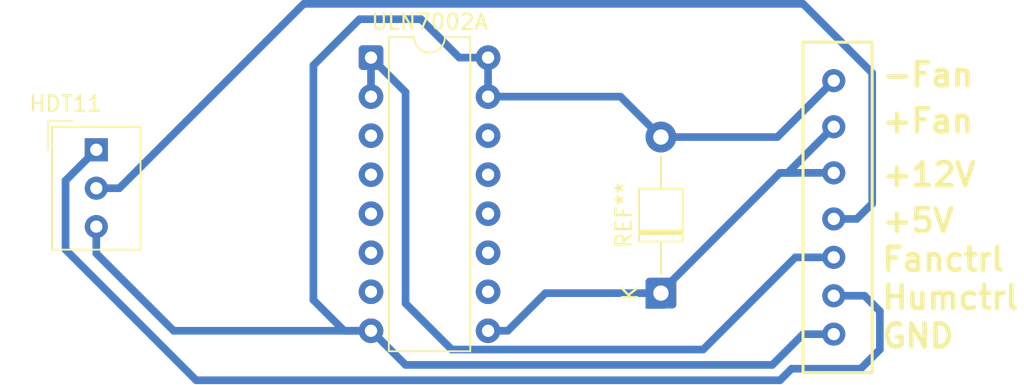
<source format=kicad_pcb>
(kicad_pcb (version 20241229) (generator "pcbnew") (generator_version "9.0")
  (layers (0 "F.Cu" signal) (2 "B.Cu" signal) (13 "F.Paste" user) (15 "B.Paste" user) (5 "F.SilkS" user "F.Silkscreen") (7 "B.SilkS" user "B.Silkscreen") (1 "F.Mask" user) (3 "B.Mask" user) (25 "Edge.Cuts" user))
  (net 0 "")
  (footprint "" (layer "F.Cu") (at 169 68)
    (property "Reference" "" (at 0 0 0) (layer "F.SilkS") (effects (font (size 1.27 1.27))))
    (property "Value" "")
    (pad "2" thru_hole circle (at 0 0) (size 1.5 1.5) (drill 0.8) (layers "*.Cu" "*.Mask"))
  )
  (footprint "Sensor:Aosong_DHT11_5.5x12.0_P2.54mm" (layer "F.Cu") (at 121 68)
    (property "Reference" "HDT11" (at -2 -1.5 0) (layer "F.SilkS"))
    (property "Value" "DHT11 - 3 pins")
    (fp_line (start -3.16 -0.3556) (end -1.55 -0.3556) (stroke (width 0.12)) (layer "F.SilkS"))
    (fp_line (start -3.16 -0.3048) (end -3.16 1.5) (stroke (width 0.12)) (layer "F.SilkS"))
    (fp_line (start -2.88 0) (end 2.88 0) (stroke (width 0.12)) (layer "F.SilkS"))
    (fp_line (start -2.88 8) (end -2.88 0) (stroke (width 0.12)) (layer "F.SilkS"))
    (fp_line (start 2.88 0) (end 2.88 8) (stroke (width 0.12)) (layer "F.SilkS"))
    (fp_line (start 2.88 8) (end -2.88 8) (stroke (width 0.12)) (layer "F.SilkS"))
    (pad "1" thru_hole rect (at 0 1.5) (size 1.5 1.5) (drill 0.8) (layers "*.Cu" "*.Mask"))
    (pad "2" thru_hole circle (at 0 4) (size 1.5 1.5) (drill 0.8) (layers "*.Cu" "*.Mask"))
    (pad "3" thru_hole circle (at 0 6.5) (size 1.5 1.5) (drill 0.8) (layers "*.Cu" "*.Mask"))
  )
  (footprint "" (layer "F.Cu") (at 169 81.5)
    (property "Reference" "" (at 0 0 0) (layer "F.SilkS") (effects (font (size 1.27 1.27))))
    (property "Value" "")
    (pad "2" thru_hole circle (at 0 0) (size 1.5 1.5) (drill 0.8) (layers "*.Cu" "*.Mask"))
  )
  (footprint "" (layer "F.Cu") (at 169 71)
    (property "Reference" "" (at 0 0 0) (layer "F.SilkS") (effects (font (size 1.27 1.27))))
    (property "Value" "")
    (pad "2" thru_hole circle (at 0 0) (size 1.5 1.5) (drill 0.8) (layers "*.Cu" "*.Mask"))
  )
  (footprint "" (layer "F.Cu") (at 169 65)
    (property "Reference" "" (at 0 0 0) (layer "F.SilkS") (effects (font (size 1.27 1.27))))
    (property "Value" "")
    (pad "2" thru_hole circle (at 0 0) (size 1.5 1.5) (drill 0.8) (layers "*.Cu" "*.Mask"))
  )
  (footprint "Package_DIP:DIP-16_W7.62mm" (layer "F.Cu") (at 138.88 63.5)
    (property "Reference" "ULN7002A" (at 3.81 -2.33 0) (layer "F.SilkS"))
    (property "Value" "DIP-16_W7.62mm")
    (fp_line (start 1.16 -1.33) (end 1.16 19.11) (stroke (width 0.12)) (layer "F.SilkS"))
    (fp_line (start 1.16 19.11) (end 6.46 19.11) (stroke (width 0.12)) (layer "F.SilkS"))
    (fp_line (start 2.81 -1.33) (end 1.16 -1.33) (stroke (width 0.12)) (layer "F.SilkS"))
    (fp_line (start 6.46 -1.33) (end 4.81 -1.33) (stroke (width 0.12)) (layer "F.SilkS"))
    (fp_line (start 6.46 19.11) (end 6.46 -1.33) (stroke (width 0.12)) (layer "F.SilkS"))
    (fp_arc (start 4.81 -1.33) (mid 3.81 -0.33) (end 2.81 -1.33) (stroke (width 0.12)) (layer "F.SilkS"))
    (pad "1" thru_hole roundrect (at 0 0) (size 1.6 1.6) (drill 0.8) (layers "*.Cu" "*.Mask") (roundrect_rratio 0.15625))
    (pad "2" thru_hole circle (at 0 2.54) (size 1.6 1.6) (drill 0.8) (layers "*.Cu" "*.Mask"))
    (pad "3" thru_hole circle (at 0 5.08) (size 1.6 1.6) (drill 0.8) (layers "*.Cu" "*.Mask"))
    (pad "4" thru_hole circle (at 0 7.62) (size 1.6 1.6) (drill 0.8) (layers "*.Cu" "*.Mask"))
    (pad "5" thru_hole circle (at 0 10.16) (size 1.6 1.6) (drill 0.8) (layers "*.Cu" "*.Mask"))
    (pad "6" thru_hole circle (at 0 12.7) (size 1.6 1.6) (drill 0.8) (layers "*.Cu" "*.Mask"))
    (pad "7" thru_hole circle (at 0 15.24) (size 1.6 1.6) (drill 0.8) (layers "*.Cu" "*.Mask"))
    (pad "8" thru_hole circle (at 0 17.78) (size 1.6 1.6) (drill 0.8) (layers "*.Cu" "*.Mask"))
    (pad "9" thru_hole circle (at 7.62 17.78) (size 1.6 1.6) (drill 0.8) (layers "*.Cu" "*.Mask"))
    (pad "10" thru_hole circle (at 7.62 15.24) (size 1.6 1.6) (drill 0.8) (layers "*.Cu" "*.Mask"))
    (pad "11" thru_hole circle (at 7.62 12.7) (size 1.6 1.6) (drill 0.8) (layers "*.Cu" "*.Mask"))
    (pad "12" thru_hole circle (at 7.62 10.16) (size 1.6 1.6) (drill 0.8) (layers "*.Cu" "*.Mask"))
    (pad "13" thru_hole circle (at 7.62 7.62) (size 1.6 1.6) (drill 0.8) (layers "*.Cu" "*.Mask"))
    (pad "14" thru_hole circle (at 7.62 5.08) (size 1.6 1.6) (drill 0.8) (layers "*.Cu" "*.Mask"))
    (pad "15" thru_hole circle (at 7.62 2.54) (size 1.6 1.6) (drill 0.8) (layers "*.Cu" "*.Mask"))
    (pad "16" thru_hole circle (at 7.62 0) (size 1.6 1.6) (drill 0.8) (layers "*.Cu" "*.Mask"))
  )
  (footprint "Diode_THT:D_T-1_P10.16mm_Horizontal" (layer "F.Cu") (at 157.75 78.83 90)
    (property "Reference" "REF**" (at 5.08 -2.42 90) (layer "F.SilkS"))
    (property "Value" "D_T-1_P10.16mm_Horizontal")
    (fp_line (start 4.08 -1.42) (end 4.08 1.42) (stroke (width 0.12)) (layer "F.SilkS"))
    (fp_line (start 3.96 -1.42) (end 3.96 1.42) (stroke (width 0.12)) (layer "F.SilkS"))
    (fp_line (start 3.84 -1.42) (end 3.84 1.42) (stroke (width 0.12)) (layer "F.SilkS"))
    (fp_line (start 8.92 0) (end 6.8 0) (stroke (width 0.12)) (layer "F.SilkS"))
    (fp_line (start 1.24 0) (end 3.36 0) (stroke (width 0.12)) (layer "F.SilkS"))
    (fp_rect (start 3.36 -1.42) (end 6.8 1.42) (stroke (width 0.12)) (fill no) (layer "F.SilkS"))
    (fp_text user "K" (at 0 -2 90) (layer "F.SilkS"))
    (pad "1" thru_hole roundrect (at 0 0 90) (size 2 2) (drill 1) (layers "*.Cu" "*.Mask") (roundrect_rratio 0.125))
    (pad "2" thru_hole circle (at 10.16 0 90) (size 2 2) (drill 1) (layers "*.Cu" "*.Mask"))
  )
  (footprint "" (layer "F.Cu") (at 169 76.5)
    (property "Reference" "" (at 0 0 0) (layer "F.SilkS") (effects (font (size 1.27 1.27))))
    (property "Value" "")
    (pad "2" thru_hole circle (at 0 0) (size 1.5 1.5) (drill 0.8) (layers "*.Cu" "*.Mask"))
  )
  (footprint "" (layer "F.Cu") (at 169 79)
    (property "Reference" "" (at 0 0 0) (layer "F.SilkS") (effects (font (size 1.27 1.27))))
    (property "Value" "")
    (pad "2" thru_hole circle (at 0 0) (size 1.5 1.5) (drill 0.8) (layers "*.Cu" "*.Mask"))
  )
  (footprint "" (layer "F.Cu") (at 169 74)
    (property "Reference" "" (at 0 0 0) (layer "F.SilkS") (effects (font (size 1.27 1.27))))
    (property "Value" "")
    (pad "2" thru_hole circle (at 0 0) (size 1.5 1.5) (drill 0.8) (layers "*.Cu" "*.Mask"))
  )
  (gr_line (start 171.5 84) (end 171.5 62.5) (stroke (width 0.2)) (layer "F.SilkS"))
  (gr_line (start 167 63) (end 167 84) (stroke (width 0.2)) (layer "F.SilkS"))
  (gr_line (start 171.5 62.5) (end 167 62.5) (stroke (width 0.2)) (layer "F.SilkS"))
  (gr_line (start 167 62.5) (end 167 63) (stroke (width 0.2)) (layer "F.SilkS"))
  (gr_line (start 167 84) (end 171.5 84) (stroke (width 0.2)) (layer "F.SilkS"))
  (gr_text "+Fan" (at 172 68.5 0) (layer "F.SilkS") (effects (font (size 1.5 1.5) (thickness 0.3) (bold yes)) (justify left bottom)))
  (gr_text "Humctrl" (at 172 80 0) (layer "F.SilkS") (effects (font (size 1.5 1.5) (thickness 0.3) (bold yes)) (justify left bottom)))
  (gr_text "-Fan" (at 172 65.5 0) (layer "F.SilkS") (effects (font (size 1.5 1.5) (thickness 0.3) (bold yes)) (justify left bottom)))
  (gr_text "Fanctrl" (at 172 77.5 0) (layer "F.SilkS") (effects (font (size 1.5 1.5) (thickness 0.3) (bold yes)) (justify left bottom)))
  (gr_text "+12V" (at 172 72 0) (layer "F.SilkS") (effects (font (size 1.5 1.5) (thickness 0.3) (bold yes)) (justify left bottom)))
  (gr_text "GND" (at 172 82.5 0) (layer "F.SilkS") (effects (font (size 1.5 1.5) (thickness 0.3) (bold yes)) (justify left bottom)))
  (gr_text "+5V" (at 172 75 0) (layer "F.SilkS") (effects (font (size 1.5 1.5) (thickness 0.3) (bold yes)) (justify left bottom)))
  (segment (start 121 76.2462) (end 126.0338 81.28) (width 0.5) (layer "B.Cu") (net 0))
  (segment (start 141.13 83.5) (end 165 83.5) (width 0.5) (layer "B.Cu") (net 0))
  (segment (start 165.33 68.67) (end 169 65) (width 0.5) (layer "B.Cu") (net 0))
  (segment (start 157.75 78.83) (end 157.75 78.75) (width 0.2) (layer "B.Cu") (net 0))
  (segment (start 146.5 63.5) (end 146.5 66.04) (width 0.5) (layer "B.Cu") (net 0))
  (segment (start 127.5 84.5) (end 127 84) (width 0.5) (layer "B.Cu") (net 0))
  (segment (start 146.5 63.5) (end 144.63 63.5) (width 0.5) (layer "B.Cu") (net 0))
  (segment (start 169 79) (end 171 79) (width 0.5) (layer "B.Cu") (net 0))
  (segment (start 121 74.5) (end 121 76.2462) (width 0.5) (layer "B.Cu") (net 0))
  (segment (start 165.5 84.5) (end 127.5 84.5) (width 0.5) (layer "B.Cu") (net 0))
  (segment (start 172 80) (end 172 82.5) (width 0.5) (layer "B.Cu") (net 0))
  (segment (start 119 76) (end 119 71.5) (width 0.5) (layer "B.Cu") (net 0))
  (segment (start 170.5 74) (end 169 74) (width 0.5) (layer "B.Cu") (net 0))
  (segment (start 169 71) (end 166.5 71) (width 0.5) (layer "B.Cu") (net 0))
  (segment (start 166.5 71) (end 166.08 71) (width 0.5) (layer "B.Cu") (net 0))
  (segment (start 166 71) (end 169 68) (width 0.5) (layer "B.Cu") (net 0))
  (segment (start 122.5 72) (end 134.5 60) (width 0.5) (layer "B.Cu") (net 0))
  (segment (start 150.23 78.83) (end 157.75 78.83) (width 0.5) (layer "B.Cu") (net 0))
  (segment (start 138.88 81.28) (end 138.91 81.28) (width 0.5) (layer "B.Cu") (net 0))
  (segment (start 165.5 71) (end 166.5 71) (width 0.5) (layer "B.Cu") (net 0))
  (segment (start 166.5 76.5) (end 169 76.5) (width 0.5) (layer "B.Cu") (net 0))
  (segment (start 138.88 63.5) (end 138.88 66.04) (width 0.5) (layer "B.Cu") (net 0))
  (segment (start 171.5 64.5) (end 171.5 73) (width 0.5) (layer "B.Cu") (net 0))
  (segment (start 167 81.5) (end 165 83.5) (width 0.5) (layer "B.Cu") (net 0))
  (segment (start 138.88 63.5) (end 141.13 65.75) (width 0.5) (layer "B.Cu") (net 0))
  (segment (start 134.5 60) (end 167 60) (width 0.5) (layer "B.Cu") (net 0))
  (segment (start 119 71.5) (end 121 69.5) (width 0.5) (layer "B.Cu") (net 0))
  (segment (start 146.5 66.04) (end 146.54 66) (width 0.5) (layer "B.Cu") (net 0))
  (segment (start 138.13 61) (end 135.13 64) (width 0.5) (layer "B.Cu") (net 0))
  (segment (start 166.25 83.75) (end 165.5 84.5) (width 0.5) (layer "B.Cu") (net 0))
  (segment (start 121 72) (end 122.5 72) (width 0.5) (layer "B.Cu") (net 0))
  (segment (start 141.13 79.5) (end 144.13 82.5) (width 0.5) (layer "B.Cu") (net 0))
  (segment (start 160.5 82.5) (end 166.5 76.5) (width 0.5) (layer "B.Cu") (net 0))
  (segment (start 155.12 66.04) (end 157.75 68.67) (width 0.5) (layer "B.Cu") (net 0))
  (segment (start 172 82.5) (end 170.75 83.75) (width 0.5) (layer "B.Cu") (net 0))
  (segment (start 146.5 66.04) (end 155.12 66.04) (width 0.5) (layer "B.Cu") (net 0))
  (segment (start 137.13 81.28) (end 138.88 81.28) (width 0.5) (layer "B.Cu") (net 0))
  (segment (start 138.88 81.28) (end 139.13 81.53) (width 0.5) (layer "B.Cu") (net 0))
  (segment (start 144.13 82.5) (end 147 82.5) (width 0.5) (layer "B.Cu") (net 0))
  (segment (start 146.5 81.28) (end 147.78 81.28) (width 0.5) (layer "B.Cu") (net 0))
  (segment (start 138.91 81.28) (end 141.13 83.5) (width 0.5) (layer "B.Cu") (net 0))
  (segment (start 144.63 63.5) (end 142.13 61) (width 0.5) (layer "B.Cu") (net 0))
  (segment (start 158 79.75) (end 156.83 79.75) (width 0.2) (layer "B.Cu") (net 0))
  (segment (start 169 81.5) (end 167 81.5) (width 0.5) (layer "B.Cu") (net 0))
  (segment (start 157.75 78.75) (end 165.5 71) (width 0.5) (layer "B.Cu") (net 0))
  (segment (start 167 60) (end 171.5 64.5) (width 0.5) (layer "B.Cu") (net 0))
  (segment (start 142.13 61) (end 138.13 61) (width 0.5) (layer "B.Cu") (net 0))
  (segment (start 126.0338 81.28) (end 138.88 81.28) (width 0.5) (layer "B.Cu") (net 0))
  (segment (start 171 79) (end 172 80) (width 0.5) (layer "B.Cu") (net 0))
  (segment (start 146.5 81.28) (end 146.72 81.5) (width 0.2) (layer "B.Cu") (net 0))
  (segment (start 147.78 81.28) (end 150.23 78.83) (width 0.5) (layer "B.Cu") (net 0))
  (segment (start 157.75 68.67) (end 165.33 68.67) (width 0.5) (layer "B.Cu") (net 0))
  (segment (start 171.5 73) (end 170.5 74) (width 0.5) (layer "B.Cu") (net 0))
  (segment (start 141.13 65.75) (end 141.13 79.5) (width 0.5) (layer "B.Cu") (net 0))
  (segment (start 135.13 79.28) (end 137.13 81.28) (width 0.5) (layer "B.Cu") (net 0))
  (segment (start 135.13 64) (end 135.13 79.28) (width 0.5) (layer "B.Cu") (net 0))
  (segment (start 170.75 83.75) (end 166.25 83.75) (width 0.5) (layer "B.Cu") (net 0))
  (segment (start 127 84) (end 119 76) (width 0.5) (layer "B.Cu") (net 0))
  (segment (start 147 82.5) (end 160.5 82.5) (width 0.5) (layer "B.Cu") (net 0))
  (segment (start 165.5 71) (end 166 71) (width 0.5) (layer "B.Cu") (net 0))
)
</source>
